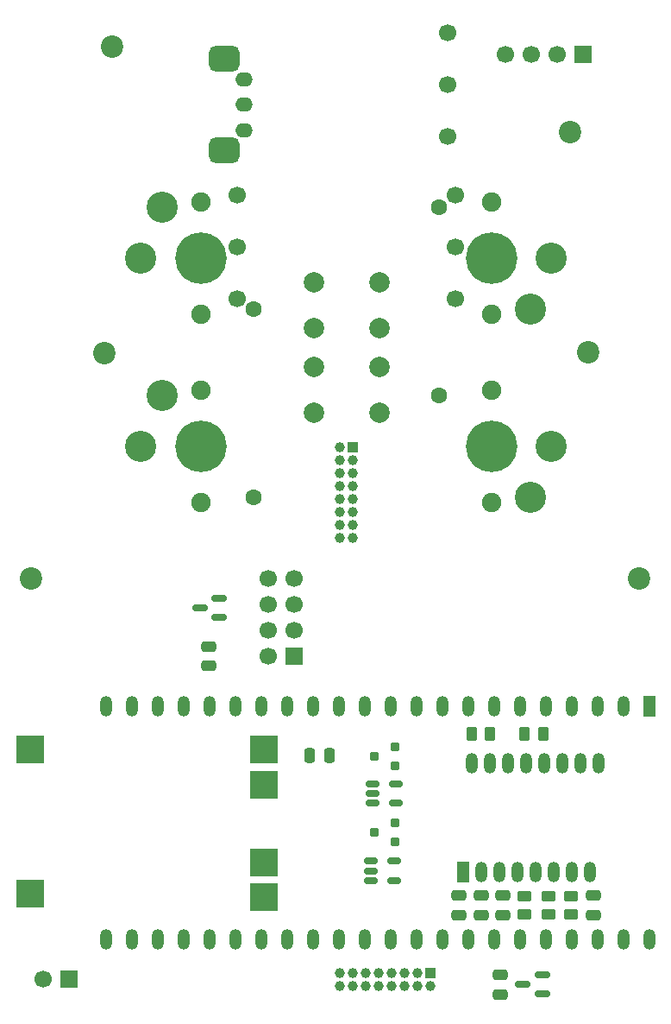
<source format=gts>
%TF.GenerationSoftware,KiCad,Pcbnew,9.0.2*%
%TF.CreationDate,2025-05-15T14:08:42+02:00*%
%TF.ProjectId,MaSe,4d615365-2e6b-4696-9361-645f70636258,rev?*%
%TF.SameCoordinates,Original*%
%TF.FileFunction,Soldermask,Top*%
%TF.FilePolarity,Negative*%
%FSLAX46Y46*%
G04 Gerber Fmt 4.6, Leading zero omitted, Abs format (unit mm)*
G04 Created by KiCad (PCBNEW 9.0.2) date 2025-05-15 14:08:42*
%MOMM*%
%LPD*%
G01*
G04 APERTURE LIST*
G04 Aperture macros list*
%AMRoundRect*
0 Rectangle with rounded corners*
0 $1 Rounding radius*
0 $2 $3 $4 $5 $6 $7 $8 $9 X,Y pos of 4 corners*
0 Add a 4 corners polygon primitive as box body*
4,1,4,$2,$3,$4,$5,$6,$7,$8,$9,$2,$3,0*
0 Add four circle primitives for the rounded corners*
1,1,$1+$1,$2,$3*
1,1,$1+$1,$4,$5*
1,1,$1+$1,$6,$7*
1,1,$1+$1,$8,$9*
0 Add four rect primitives between the rounded corners*
20,1,$1+$1,$2,$3,$4,$5,0*
20,1,$1+$1,$4,$5,$6,$7,0*
20,1,$1+$1,$6,$7,$8,$9,0*
20,1,$1+$1,$8,$9,$2,$3,0*%
G04 Aperture macros list end*
%ADD10R,1.700000X1.700000*%
%ADD11C,1.700000*%
%ADD12RoundRect,0.250000X0.475000X-0.250000X0.475000X0.250000X-0.475000X0.250000X-0.475000X-0.250000X0*%
%ADD13RoundRect,0.200000X0.250000X0.200000X-0.250000X0.200000X-0.250000X-0.200000X0.250000X-0.200000X0*%
%ADD14RoundRect,0.250000X-0.262500X-0.450000X0.262500X-0.450000X0.262500X0.450000X-0.262500X0.450000X0*%
%ADD15RoundRect,0.250000X0.450000X-0.262500X0.450000X0.262500X-0.450000X0.262500X-0.450000X-0.262500X0*%
%ADD16RoundRect,0.150000X-0.512500X-0.150000X0.512500X-0.150000X0.512500X0.150000X-0.512500X0.150000X0*%
%ADD17RoundRect,0.250000X-0.475000X0.250000X-0.475000X-0.250000X0.475000X-0.250000X0.475000X0.250000X0*%
%ADD18RoundRect,0.250000X-0.450000X0.262500X-0.450000X-0.262500X0.450000X-0.262500X0.450000X0.262500X0*%
%ADD19O,1.200000X2.000000*%
%ADD20R,1.200000X2.000000*%
%ADD21RoundRect,0.150000X0.587500X0.150000X-0.587500X0.150000X-0.587500X-0.150000X0.587500X-0.150000X0*%
%ADD22C,2.200000*%
%ADD23RoundRect,0.250000X0.250000X0.475000X-0.250000X0.475000X-0.250000X-0.475000X0.250000X-0.475000X0*%
%ADD24C,1.900000*%
%ADD25C,1.600000*%
%ADD26C,3.050000*%
%ADD27C,5.050000*%
%ADD28C,2.000000*%
%ADD29RoundRect,0.625000X0.875000X-0.625000X0.875000X0.625000X-0.875000X0.625000X-0.875000X-0.625000X0*%
%ADD30O,1.700000X1.400000*%
%ADD31R,1.000000X1.000000*%
%ADD32C,1.000000*%
%ADD33R,2.800000X2.800000*%
G04 APERTURE END LIST*
D10*
X146565000Y-139875000D03*
D11*
X144025000Y-139875000D03*
D12*
X184837500Y-131662500D03*
X184837500Y-133562500D03*
D13*
X176537500Y-125425000D03*
X178537500Y-124475000D03*
X178537500Y-126375000D03*
D14*
X187887500Y-115800000D03*
X186062500Y-115800000D03*
D15*
X191287500Y-131700000D03*
X191287500Y-133525000D03*
D16*
X178475000Y-128275000D03*
X178475000Y-130175000D03*
X176200000Y-130175000D03*
X176200000Y-129225000D03*
X176200000Y-128275000D03*
D17*
X186987500Y-133562500D03*
X186987500Y-131662500D03*
D12*
X197987500Y-131662500D03*
X197987500Y-133562500D03*
D13*
X176537500Y-117975000D03*
X178537500Y-117025000D03*
X178537500Y-118925000D03*
D18*
X195837500Y-133525000D03*
X195837500Y-131700000D03*
D19*
X186105000Y-118650000D03*
X187885000Y-118650000D03*
X189665000Y-118650000D03*
X191445000Y-118650000D03*
X193225000Y-118650000D03*
X195005000Y-118650000D03*
X196785000Y-118650000D03*
X198565000Y-118650000D03*
X197675000Y-129350000D03*
X195895000Y-129350000D03*
X194115000Y-129350000D03*
X192335000Y-129350000D03*
X190555000Y-129350000D03*
X188775000Y-129350000D03*
X186995000Y-129350000D03*
D20*
X185215000Y-129350000D03*
D17*
X160250000Y-109125000D03*
X160250000Y-107225000D03*
D14*
X193112500Y-115800000D03*
X191287500Y-115800000D03*
D21*
X159412500Y-103437500D03*
X161287500Y-102487500D03*
X161287500Y-104387500D03*
D16*
X178625000Y-120662500D03*
X178625000Y-122562500D03*
X176350000Y-122562500D03*
X176350000Y-121612500D03*
X176350000Y-120662500D03*
D15*
X193637500Y-131700000D03*
X193637500Y-133525000D03*
D17*
X189137500Y-133562500D03*
X189137500Y-131662500D03*
D22*
X150750000Y-48425000D03*
D20*
X203480000Y-113050000D03*
D19*
X200940000Y-113050000D03*
X198400000Y-113050000D03*
X195860000Y-113050000D03*
X193320000Y-113050000D03*
X190780000Y-113050000D03*
X188240000Y-113050000D03*
X185700000Y-113050000D03*
X183160000Y-113050000D03*
X180620000Y-113050000D03*
X178080000Y-113050000D03*
X175540000Y-113050000D03*
X173000000Y-113050000D03*
X170460000Y-113050000D03*
X167920000Y-113050000D03*
X165380000Y-113050000D03*
X162840000Y-113050000D03*
X160300000Y-113050000D03*
X157760000Y-113050000D03*
X155222720Y-113046320D03*
X152682720Y-113046320D03*
X150142720Y-113046320D03*
X150140000Y-135910000D03*
X152680000Y-135910000D03*
X155220000Y-135910000D03*
X157760000Y-135910000D03*
X160300000Y-135910000D03*
X162840000Y-135910000D03*
X165380000Y-135910000D03*
X167920000Y-135910000D03*
X170460000Y-135910000D03*
X173000000Y-135910000D03*
X175540000Y-135910000D03*
X178080000Y-135910000D03*
X180620000Y-135910000D03*
X183160000Y-135910000D03*
X185700000Y-135910000D03*
X188240000Y-135910000D03*
X190780000Y-135910000D03*
X193320000Y-135910000D03*
X195860000Y-135910000D03*
X198400000Y-135910000D03*
X200940000Y-135910000D03*
X203480000Y-135910000D03*
D11*
X183750000Y-57205000D03*
X183750000Y-52125000D03*
X183750000Y-47045000D03*
D23*
X172087900Y-117950000D03*
X170187900Y-117950000D03*
D24*
X159500000Y-74675000D03*
D25*
X164650000Y-74175000D03*
D26*
X153600000Y-69175000D03*
D27*
X159500000Y-69175000D03*
D26*
X155700000Y-64175000D03*
D24*
X159500000Y-63675000D03*
D22*
X142825000Y-100575000D03*
D24*
X188000000Y-82125000D03*
D25*
X182850000Y-82625000D03*
D26*
X193900000Y-87625000D03*
D27*
X188000000Y-87625000D03*
D26*
X191800000Y-92625000D03*
D24*
X188000000Y-93125000D03*
D10*
X168614500Y-108175000D03*
D11*
X166074500Y-108175000D03*
X168614500Y-105635000D03*
X166074500Y-105635000D03*
X168614500Y-103095000D03*
X166074500Y-103095000D03*
X168614500Y-100555000D03*
X166074500Y-100555000D03*
D28*
X170550000Y-71525000D03*
X177050000Y-71525000D03*
X170550000Y-76025000D03*
X177050000Y-76025000D03*
D22*
X197510000Y-78375000D03*
D17*
X188900000Y-139450000D03*
X188900000Y-141350000D03*
D24*
X188000000Y-63675000D03*
D25*
X182850000Y-64175000D03*
D26*
X193900000Y-69175000D03*
D27*
X188000000Y-69175000D03*
D26*
X191800000Y-74175000D03*
D24*
X188000000Y-74675000D03*
D11*
X184450000Y-62995000D03*
X184450000Y-68075000D03*
X184450000Y-73155000D03*
D22*
X195760000Y-56775000D03*
D29*
X161750000Y-58595000D03*
X161750000Y-49595000D03*
D30*
X163750000Y-56595000D03*
X163750000Y-54095000D03*
X163750000Y-51595000D03*
D22*
X150010000Y-78425000D03*
D31*
X182045000Y-139265000D03*
D32*
X182045000Y-140535000D03*
X180775000Y-139265000D03*
X180775000Y-140535000D03*
X179505000Y-139265000D03*
X179505000Y-140535000D03*
X178235000Y-139265000D03*
X178235000Y-140535000D03*
X176965000Y-139265000D03*
X176965000Y-140535000D03*
X175695000Y-139265000D03*
X175695000Y-140535000D03*
X174425000Y-139265000D03*
X174425000Y-140535000D03*
X173155000Y-139265000D03*
X173155000Y-140535000D03*
D11*
X163050000Y-62995000D03*
X163050000Y-68075000D03*
X163050000Y-73155000D03*
D33*
X142737500Y-117287500D03*
X142737500Y-131487500D03*
X165637500Y-117287500D03*
X165637500Y-131787500D03*
X165637500Y-120787500D03*
X165637500Y-128387500D03*
D22*
X202525000Y-100575000D03*
D28*
X170550000Y-79825000D03*
X177050000Y-79825000D03*
X170550000Y-84325000D03*
X177050000Y-84325000D03*
D21*
X192987500Y-141312500D03*
X192987500Y-139412500D03*
X191112500Y-140362500D03*
D24*
X159500000Y-93125000D03*
D25*
X164650000Y-92625000D03*
D26*
X153600000Y-87625000D03*
D27*
X159500000Y-87625000D03*
D26*
X155700000Y-82625000D03*
D24*
X159500000Y-82125000D03*
D10*
X197040000Y-49175000D03*
D11*
X194500000Y-49175000D03*
X191960000Y-49175000D03*
X189420000Y-49175000D03*
D31*
X174370000Y-87645000D03*
D32*
X173100000Y-87645000D03*
X174370000Y-88915000D03*
X173100000Y-88915000D03*
X174370000Y-90185000D03*
X173100000Y-90185000D03*
X174370000Y-91455000D03*
X173100000Y-91455000D03*
X174370000Y-92725000D03*
X173100000Y-92725000D03*
X174370000Y-93995000D03*
X173100000Y-93995000D03*
X174370000Y-95265000D03*
X173100000Y-95265000D03*
X174370000Y-96535000D03*
X173100000Y-96535000D03*
M02*

</source>
